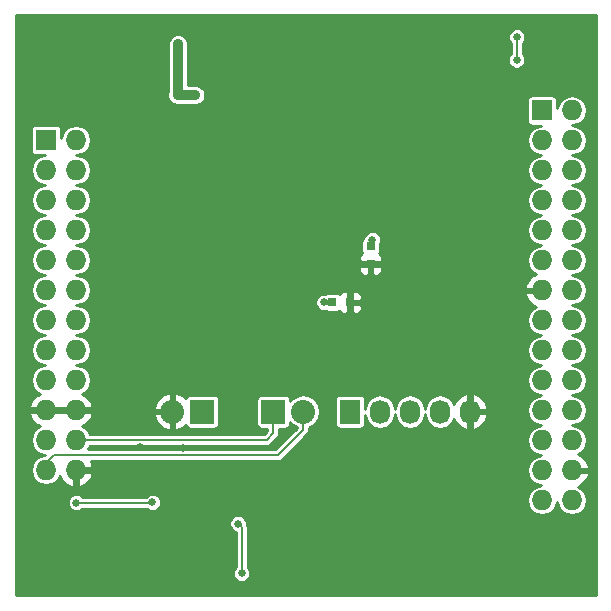
<source format=gbl>
G04 #@! TF.FileFunction,Copper,L2,Bot,Signal*
%FSLAX46Y46*%
G04 Gerber Fmt 4.6, Leading zero omitted, Abs format (unit mm)*
G04 Created by KiCad (PCBNEW (2015-01-16 BZR 5376)-product) date 23/07/2015 12:13:06*
%MOMM*%
G01*
G04 APERTURE LIST*
%ADD10C,0.100000*%
%ADD11R,0.750000X0.800000*%
%ADD12R,0.800000X0.750000*%
%ADD13R,2.032000X2.032000*%
%ADD14O,2.032000X2.032000*%
%ADD15R,1.727200X1.727200*%
%ADD16O,1.727200X1.727200*%
%ADD17R,1.727200X2.032000*%
%ADD18O,1.727200X2.032000*%
%ADD19C,0.885000*%
%ADD20C,0.635000*%
%ADD21C,6.000000*%
%ADD22C,0.885000*%
%ADD23C,0.381000*%
%ADD24C,0.200000*%
%ADD25C,0.220000*%
G04 APERTURE END LIST*
D10*
D11*
X90500000Y-80000000D03*
X90500000Y-81500000D03*
D12*
X87250000Y-84750000D03*
X88750000Y-84750000D03*
D13*
X76250000Y-94000000D03*
D14*
X73710000Y-94000000D03*
D15*
X105000000Y-68500000D03*
D16*
X107540000Y-68500000D03*
X105000000Y-71040000D03*
X107540000Y-71040000D03*
X105000000Y-73580000D03*
X107540000Y-73580000D03*
X105000000Y-76120000D03*
X107540000Y-76120000D03*
X105000000Y-78660000D03*
X107540000Y-78660000D03*
X105000000Y-81200000D03*
X107540000Y-81200000D03*
X105000000Y-83740000D03*
X107540000Y-83740000D03*
X105000000Y-86280000D03*
X107540000Y-86280000D03*
X105000000Y-88820000D03*
X107540000Y-88820000D03*
X105000000Y-91360000D03*
X107540000Y-91360000D03*
X105000000Y-93900000D03*
X107540000Y-93900000D03*
X105000000Y-96440000D03*
X107540000Y-96440000D03*
X105000000Y-98980000D03*
X107540000Y-98980000D03*
X105000000Y-101520000D03*
X107540000Y-101520000D03*
D17*
X88750000Y-94000000D03*
D18*
X91290000Y-94000000D03*
X93830000Y-94000000D03*
X96370000Y-94000000D03*
X98910000Y-94000000D03*
D13*
X82250000Y-94000000D03*
D14*
X84790000Y-94000000D03*
D15*
X63000000Y-71000000D03*
D16*
X65540000Y-71000000D03*
X63000000Y-73540000D03*
X65540000Y-73540000D03*
X63000000Y-76080000D03*
X65540000Y-76080000D03*
X63000000Y-78620000D03*
X65540000Y-78620000D03*
X63000000Y-81160000D03*
X65540000Y-81160000D03*
X63000000Y-83700000D03*
X65540000Y-83700000D03*
X63000000Y-86240000D03*
X65540000Y-86240000D03*
X63000000Y-88780000D03*
X65540000Y-88780000D03*
X63000000Y-91320000D03*
X65540000Y-91320000D03*
X63000000Y-93860000D03*
X65540000Y-93860000D03*
X63000000Y-96400000D03*
X65540000Y-96400000D03*
X63000000Y-98940000D03*
X65540000Y-98940000D03*
D19*
X74200000Y-62900000D03*
X74200000Y-63850000D03*
X75650000Y-67200000D03*
X74150000Y-67200000D03*
D20*
X86550000Y-84750000D03*
X90650000Y-79450000D03*
D21*
X64000000Y-106000000D03*
X64000000Y-64000000D03*
D20*
X75400000Y-73425000D03*
X75570000Y-77550000D03*
X79050000Y-69850000D03*
X80400000Y-69600000D03*
X85600000Y-69525000D03*
X93700000Y-83425000D03*
X89550000Y-88025000D03*
X87025000Y-88000000D03*
X84500000Y-87950000D03*
X82500000Y-87900000D03*
X78200000Y-85600000D03*
X75825000Y-84800000D03*
X76050000Y-103050000D03*
X83375000Y-102525000D03*
X70975000Y-97025000D03*
X75675000Y-101175000D03*
X74650000Y-97050000D03*
D19*
X97325000Y-69150000D03*
D20*
X95975000Y-74250000D03*
D19*
X102325000Y-66875000D03*
X69475000Y-68475000D03*
X72225000Y-77950000D03*
X71325000Y-85025000D03*
D20*
X72025000Y-101675000D03*
X65575000Y-101700000D03*
X102850000Y-64225000D03*
X102875000Y-62275000D03*
X79275000Y-103475000D03*
X79575000Y-107700000D03*
D22*
X74200000Y-63850000D02*
X74200000Y-62900000D01*
X74150000Y-67200000D02*
X74200000Y-67150000D01*
X74200000Y-67150000D02*
X74200000Y-63850000D01*
X74150000Y-67200000D02*
X75650000Y-67200000D01*
D23*
X87250000Y-84750000D02*
X86550000Y-84750000D01*
X90650000Y-79450000D02*
X90500000Y-79600000D01*
X90500000Y-79600000D02*
X90500000Y-80000000D01*
D24*
X64000000Y-106000000D02*
X63600000Y-106400000D01*
X61235000Y-93860000D02*
X63000000Y-93860000D01*
X60850000Y-104125000D02*
X63600000Y-106875000D01*
X60850000Y-94245000D02*
X60850000Y-104125000D01*
X61235000Y-93860000D02*
X60850000Y-94245000D01*
X63600000Y-106875000D02*
X63600000Y-106400000D01*
X75400000Y-73425000D02*
X74425000Y-73425000D01*
X69475000Y-68475000D02*
X64500000Y-63500000D01*
X72550000Y-71550000D02*
X69475000Y-68475000D01*
X72575000Y-71575000D02*
X72550000Y-71550000D01*
X74425000Y-73425000D02*
X72575000Y-71575000D01*
X64500000Y-63500000D02*
X64000000Y-64000000D01*
X75570000Y-77550000D02*
X75580000Y-77550000D01*
X76575000Y-103050000D02*
X76050000Y-103050000D01*
X83375000Y-102525000D02*
X77100000Y-102525000D01*
X76575000Y-103050000D02*
X77100000Y-102525000D01*
X75675000Y-102675000D02*
X76050000Y-103050000D01*
X75675000Y-101175000D02*
X75675000Y-102675000D01*
X74650000Y-97050000D02*
X71000000Y-97050000D01*
X70975000Y-97025000D02*
X71000000Y-97050000D01*
X97325000Y-69150000D02*
X100050000Y-69150000D01*
X97325000Y-69150000D02*
X95975000Y-70500000D01*
X95975000Y-74250000D02*
X95975000Y-70500000D01*
X102325000Y-66875000D02*
X100050000Y-69150000D01*
X72225000Y-77950000D02*
X72225000Y-84125000D01*
X72575000Y-77600000D02*
X72575000Y-71575000D01*
X72225000Y-77950000D02*
X72575000Y-77600000D01*
X71325000Y-85025000D02*
X72225000Y-84125000D01*
X72000000Y-101700000D02*
X65575000Y-101700000D01*
X72025000Y-101675000D02*
X72000000Y-101700000D01*
X102875000Y-62275000D02*
X102850000Y-62300000D01*
X102850000Y-62300000D02*
X102850000Y-64225000D01*
X82250000Y-94000000D02*
X82250000Y-95850000D01*
X81700000Y-96400000D02*
X65540000Y-96400000D01*
X82250000Y-95850000D02*
X81700000Y-96400000D01*
X63000000Y-98940000D02*
X63000000Y-98350000D01*
X63000000Y-98350000D02*
X63650000Y-97700000D01*
X63650000Y-97700000D02*
X82650000Y-97700000D01*
X82650000Y-97700000D02*
X84790000Y-95560000D01*
X84790000Y-95560000D02*
X84790000Y-94000000D01*
X79275000Y-103475000D02*
X79575000Y-103775000D01*
X79575000Y-103775000D02*
X79575000Y-107700000D01*
X63000000Y-96400000D02*
X63350000Y-96400000D01*
D25*
G36*
X84276880Y-95351871D02*
X82438752Y-97190000D01*
X66539403Y-97190000D01*
X66726493Y-96910000D01*
X81700000Y-96910000D01*
X81700000Y-96909999D01*
X81895169Y-96871179D01*
X82060624Y-96760624D01*
X82610624Y-96210625D01*
X82610624Y-96210624D01*
X82721179Y-96045169D01*
X82759999Y-95850000D01*
X82760000Y-95850000D01*
X82760000Y-95434032D01*
X83266000Y-95434032D01*
X83422332Y-95403700D01*
X83559733Y-95313443D01*
X83651708Y-95177185D01*
X83684032Y-95016000D01*
X83684032Y-94890151D01*
X83781666Y-95036271D01*
X84244293Y-95345389D01*
X84276880Y-95351871D01*
X84276880Y-95351871D01*
G37*
X84276880Y-95351871D02*
X82438752Y-97190000D01*
X66539403Y-97190000D01*
X66726493Y-96910000D01*
X81700000Y-96910000D01*
X81700000Y-96909999D01*
X81895169Y-96871179D01*
X82060624Y-96760624D01*
X82610624Y-96210625D01*
X82610624Y-96210624D01*
X82721179Y-96045169D01*
X82759999Y-95850000D01*
X82760000Y-95850000D01*
X82760000Y-95434032D01*
X83266000Y-95434032D01*
X83422332Y-95403700D01*
X83559733Y-95313443D01*
X83651708Y-95177185D01*
X83684032Y-95016000D01*
X83684032Y-94890151D01*
X83781666Y-95036271D01*
X84244293Y-95345389D01*
X84276880Y-95351871D01*
G36*
X109540000Y-109540000D02*
X108973905Y-109540000D01*
X108973905Y-99352903D01*
X108859264Y-99124000D01*
X107684000Y-99124000D01*
X107684000Y-99144000D01*
X107396000Y-99144000D01*
X107396000Y-99124000D01*
X107376000Y-99124000D01*
X107376000Y-98836000D01*
X107396000Y-98836000D01*
X107396000Y-98816000D01*
X107684000Y-98816000D01*
X107684000Y-98836000D01*
X108859264Y-98836000D01*
X108973905Y-98607097D01*
X108817615Y-98229752D01*
X108433255Y-97797939D01*
X108055012Y-97614865D01*
X108465522Y-97340571D01*
X108741604Y-96927386D01*
X108838551Y-96440000D01*
X108741604Y-95952614D01*
X108465522Y-95539429D01*
X108052337Y-95263347D01*
X107583049Y-95170000D01*
X108052337Y-95076653D01*
X108465522Y-94800571D01*
X108741604Y-94387386D01*
X108838551Y-93900000D01*
X108741604Y-93412614D01*
X108465522Y-92999429D01*
X108052337Y-92723347D01*
X107583049Y-92630000D01*
X108052337Y-92536653D01*
X108465522Y-92260571D01*
X108741604Y-91847386D01*
X108838551Y-91360000D01*
X108741604Y-90872614D01*
X108465522Y-90459429D01*
X108052337Y-90183347D01*
X107583049Y-90090000D01*
X108052337Y-89996653D01*
X108465522Y-89720571D01*
X108741604Y-89307386D01*
X108838551Y-88820000D01*
X108741604Y-88332614D01*
X108465522Y-87919429D01*
X108052337Y-87643347D01*
X107583049Y-87550000D01*
X108052337Y-87456653D01*
X108465522Y-87180571D01*
X108741604Y-86767386D01*
X108838551Y-86280000D01*
X108741604Y-85792614D01*
X108465522Y-85379429D01*
X108052337Y-85103347D01*
X107583049Y-85010000D01*
X108052337Y-84916653D01*
X108465522Y-84640571D01*
X108741604Y-84227386D01*
X108838551Y-83740000D01*
X108741604Y-83252614D01*
X108465522Y-82839429D01*
X108052337Y-82563347D01*
X107583049Y-82470000D01*
X108052337Y-82376653D01*
X108465522Y-82100571D01*
X108741604Y-81687386D01*
X108838551Y-81200000D01*
X108741604Y-80712614D01*
X108465522Y-80299429D01*
X108052337Y-80023347D01*
X107583049Y-79930000D01*
X108052337Y-79836653D01*
X108465522Y-79560571D01*
X108741604Y-79147386D01*
X108838551Y-78660000D01*
X108741604Y-78172614D01*
X108465522Y-77759429D01*
X108052337Y-77483347D01*
X107583049Y-77390000D01*
X108052337Y-77296653D01*
X108465522Y-77020571D01*
X108741604Y-76607386D01*
X108838551Y-76120000D01*
X108741604Y-75632614D01*
X108465522Y-75219429D01*
X108052337Y-74943347D01*
X107583049Y-74850000D01*
X108052337Y-74756653D01*
X108465522Y-74480571D01*
X108741604Y-74067386D01*
X108838551Y-73580000D01*
X108741604Y-73092614D01*
X108465522Y-72679429D01*
X108052337Y-72403347D01*
X107583049Y-72310000D01*
X108052337Y-72216653D01*
X108465522Y-71940571D01*
X108741604Y-71527386D01*
X108838551Y-71040000D01*
X108741604Y-70552614D01*
X108465522Y-70139429D01*
X108052337Y-69863347D01*
X107583049Y-69770000D01*
X108052337Y-69676653D01*
X108465522Y-69400571D01*
X108741604Y-68987386D01*
X108838551Y-68500000D01*
X108741604Y-68012614D01*
X108465522Y-67599429D01*
X108052337Y-67323347D01*
X107564951Y-67226400D01*
X107515049Y-67226400D01*
X107027663Y-67323347D01*
X106614478Y-67599429D01*
X106338396Y-68012614D01*
X106281632Y-68297986D01*
X106281632Y-67636400D01*
X106251300Y-67480068D01*
X106161043Y-67342667D01*
X106024785Y-67250692D01*
X105863600Y-67218368D01*
X104136400Y-67218368D01*
X103980068Y-67248700D01*
X103842667Y-67338957D01*
X103750692Y-67475215D01*
X103718368Y-67636400D01*
X103718368Y-69363600D01*
X103748700Y-69519932D01*
X103838957Y-69657333D01*
X103975215Y-69749308D01*
X104136400Y-69781632D01*
X104898472Y-69781632D01*
X104487663Y-69863347D01*
X104074478Y-70139429D01*
X103798396Y-70552614D01*
X103701449Y-71040000D01*
X103798396Y-71527386D01*
X104074478Y-71940571D01*
X104487663Y-72216653D01*
X104956950Y-72310000D01*
X104487663Y-72403347D01*
X104074478Y-72679429D01*
X103798396Y-73092614D01*
X103701449Y-73580000D01*
X103798396Y-74067386D01*
X104074478Y-74480571D01*
X104487663Y-74756653D01*
X104956950Y-74850000D01*
X104487663Y-74943347D01*
X104074478Y-75219429D01*
X103798396Y-75632614D01*
X103701449Y-76120000D01*
X103798396Y-76607386D01*
X104074478Y-77020571D01*
X104487663Y-77296653D01*
X104956950Y-77390000D01*
X104487663Y-77483347D01*
X104074478Y-77759429D01*
X103798396Y-78172614D01*
X103701449Y-78660000D01*
X103798396Y-79147386D01*
X104074478Y-79560571D01*
X104487663Y-79836653D01*
X104956950Y-79930000D01*
X104487663Y-80023347D01*
X104074478Y-80299429D01*
X103798396Y-80712614D01*
X103701449Y-81200000D01*
X103798396Y-81687386D01*
X104074478Y-82100571D01*
X104484987Y-82374865D01*
X104106745Y-82557939D01*
X103722385Y-82989752D01*
X103602626Y-83278896D01*
X103602626Y-62130926D01*
X103492104Y-61863442D01*
X103287634Y-61658615D01*
X103020344Y-61547626D01*
X102730926Y-61547374D01*
X102463442Y-61657896D01*
X102258615Y-61862366D01*
X102147626Y-62129656D01*
X102147374Y-62419074D01*
X102257896Y-62686558D01*
X102340000Y-62768805D01*
X102340000Y-63706166D01*
X102233615Y-63812366D01*
X102122626Y-64079656D01*
X102122374Y-64369074D01*
X102232896Y-64636558D01*
X102437366Y-64841385D01*
X102704656Y-64952374D01*
X102994074Y-64952626D01*
X103261558Y-64842104D01*
X103466385Y-64637634D01*
X103577374Y-64370344D01*
X103577626Y-64080926D01*
X103467104Y-63813442D01*
X103360000Y-63706150D01*
X103360000Y-62818790D01*
X103491385Y-62687634D01*
X103602374Y-62420344D01*
X103602626Y-62130926D01*
X103602626Y-83278896D01*
X103566095Y-83367097D01*
X103680736Y-83596000D01*
X104856000Y-83596000D01*
X104856000Y-83576000D01*
X105144000Y-83576000D01*
X105144000Y-83596000D01*
X105164000Y-83596000D01*
X105164000Y-83884000D01*
X105144000Y-83884000D01*
X105144000Y-83904000D01*
X104856000Y-83904000D01*
X104856000Y-83884000D01*
X103680736Y-83884000D01*
X103566095Y-84112903D01*
X103722385Y-84490248D01*
X104106745Y-84922061D01*
X104484987Y-85105134D01*
X104074478Y-85379429D01*
X103798396Y-85792614D01*
X103701449Y-86280000D01*
X103798396Y-86767386D01*
X104074478Y-87180571D01*
X104487663Y-87456653D01*
X104956950Y-87550000D01*
X104487663Y-87643347D01*
X104074478Y-87919429D01*
X103798396Y-88332614D01*
X103701449Y-88820000D01*
X103798396Y-89307386D01*
X104074478Y-89720571D01*
X104487663Y-89996653D01*
X104956950Y-90090000D01*
X104487663Y-90183347D01*
X104074478Y-90459429D01*
X103798396Y-90872614D01*
X103701449Y-91360000D01*
X103798396Y-91847386D01*
X104074478Y-92260571D01*
X104487663Y-92536653D01*
X104956950Y-92630000D01*
X104487663Y-92723347D01*
X104074478Y-92999429D01*
X103798396Y-93412614D01*
X103701449Y-93900000D01*
X103798396Y-94387386D01*
X104074478Y-94800571D01*
X104487663Y-95076653D01*
X104956950Y-95170000D01*
X104487663Y-95263347D01*
X104074478Y-95539429D01*
X103798396Y-95952614D01*
X103701449Y-96440000D01*
X103798396Y-96927386D01*
X104074478Y-97340571D01*
X104487663Y-97616653D01*
X104956950Y-97710000D01*
X104487663Y-97803347D01*
X104074478Y-98079429D01*
X103798396Y-98492614D01*
X103701449Y-98980000D01*
X103798396Y-99467386D01*
X104074478Y-99880571D01*
X104487663Y-100156653D01*
X104956950Y-100250000D01*
X104487663Y-100343347D01*
X104074478Y-100619429D01*
X103798396Y-101032614D01*
X103701449Y-101520000D01*
X103798396Y-102007386D01*
X104074478Y-102420571D01*
X104487663Y-102696653D01*
X104975049Y-102793600D01*
X105024951Y-102793600D01*
X105512337Y-102696653D01*
X105925522Y-102420571D01*
X106201604Y-102007386D01*
X106270000Y-101663535D01*
X106338396Y-102007386D01*
X106614478Y-102420571D01*
X107027663Y-102696653D01*
X107515049Y-102793600D01*
X107564951Y-102793600D01*
X108052337Y-102696653D01*
X108465522Y-102420571D01*
X108741604Y-102007386D01*
X108838551Y-101520000D01*
X108741604Y-101032614D01*
X108465522Y-100619429D01*
X108055012Y-100345134D01*
X108433255Y-100162061D01*
X108817615Y-99730248D01*
X108973905Y-99352903D01*
X108973905Y-109540000D01*
X100375076Y-109540000D01*
X100375076Y-94375941D01*
X100375076Y-93624059D01*
X100178008Y-93080415D01*
X99787898Y-92653568D01*
X99282903Y-92413695D01*
X99054000Y-92528336D01*
X99054000Y-93856000D01*
X100237508Y-93856000D01*
X100375076Y-93624059D01*
X100375076Y-94375941D01*
X100237508Y-94144000D01*
X99054000Y-94144000D01*
X99054000Y-95471664D01*
X99282903Y-95586305D01*
X99787898Y-95346432D01*
X100178008Y-94919585D01*
X100375076Y-94375941D01*
X100375076Y-109540000D01*
X98766000Y-109540000D01*
X98766000Y-95471664D01*
X98766000Y-94144000D01*
X98746000Y-94144000D01*
X98746000Y-93856000D01*
X98766000Y-93856000D01*
X98766000Y-92528336D01*
X98537097Y-92413695D01*
X98032102Y-92653568D01*
X97641992Y-93080415D01*
X97548084Y-93339473D01*
X97546653Y-93332277D01*
X97270571Y-92919092D01*
X96857386Y-92643010D01*
X96370000Y-92546063D01*
X95882614Y-92643010D01*
X95469429Y-92919092D01*
X95193347Y-93332277D01*
X95100000Y-93801564D01*
X95006653Y-93332277D01*
X94730571Y-92919092D01*
X94317386Y-92643010D01*
X93830000Y-92546063D01*
X93342614Y-92643010D01*
X92929429Y-92919092D01*
X92653347Y-93332277D01*
X92560000Y-93801564D01*
X92466653Y-93332277D01*
X92190571Y-92919092D01*
X91777386Y-92643010D01*
X91493000Y-92586442D01*
X91493000Y-82022928D01*
X91493000Y-81798500D01*
X91493000Y-81201500D01*
X91493000Y-80977072D01*
X91398915Y-80749931D01*
X91240341Y-80591357D01*
X91260708Y-80561185D01*
X91293032Y-80400000D01*
X91293032Y-79798461D01*
X91377374Y-79595344D01*
X91377626Y-79305926D01*
X91267104Y-79038442D01*
X91062634Y-78833615D01*
X90795344Y-78722626D01*
X90505926Y-78722374D01*
X90238442Y-78832896D01*
X90033615Y-79037366D01*
X89958090Y-79219248D01*
X89831267Y-79302557D01*
X89739292Y-79438815D01*
X89706968Y-79600000D01*
X89706968Y-80400000D01*
X89737300Y-80556332D01*
X89760050Y-80590965D01*
X89601085Y-80749931D01*
X89507000Y-80977072D01*
X89507000Y-81201500D01*
X89661500Y-81356000D01*
X90356000Y-81356000D01*
X90356000Y-81336000D01*
X90644000Y-81336000D01*
X90644000Y-81356000D01*
X91338500Y-81356000D01*
X91493000Y-81201500D01*
X91493000Y-81798500D01*
X91338500Y-81644000D01*
X90644000Y-81644000D01*
X90644000Y-82363500D01*
X90798500Y-82518000D01*
X90997928Y-82518000D01*
X91225069Y-82423915D01*
X91398915Y-82250069D01*
X91493000Y-82022928D01*
X91493000Y-92586442D01*
X91290000Y-92546063D01*
X90802614Y-92643010D01*
X90389429Y-92919092D01*
X90356000Y-92969121D01*
X90356000Y-82363500D01*
X90356000Y-81644000D01*
X89661500Y-81644000D01*
X89507000Y-81798500D01*
X89507000Y-82022928D01*
X89601085Y-82250069D01*
X89774931Y-82423915D01*
X90002072Y-82518000D01*
X90201500Y-82518000D01*
X90356000Y-82363500D01*
X90356000Y-92969121D01*
X90113347Y-93332277D01*
X90031632Y-93743086D01*
X90031632Y-92984000D01*
X90001300Y-92827668D01*
X89911043Y-92690267D01*
X89774785Y-92598292D01*
X89768000Y-92596931D01*
X89768000Y-85247928D01*
X89768000Y-85048500D01*
X89768000Y-84451500D01*
X89768000Y-84252072D01*
X89673915Y-84024931D01*
X89500069Y-83851085D01*
X89272928Y-83757000D01*
X89048500Y-83757000D01*
X88894000Y-83911500D01*
X88894000Y-84606000D01*
X89613500Y-84606000D01*
X89768000Y-84451500D01*
X89768000Y-85048500D01*
X89613500Y-84894000D01*
X88894000Y-84894000D01*
X88894000Y-85588500D01*
X89048500Y-85743000D01*
X89272928Y-85743000D01*
X89500069Y-85648915D01*
X89673915Y-85475069D01*
X89768000Y-85247928D01*
X89768000Y-92596931D01*
X89613600Y-92565968D01*
X88606000Y-92565968D01*
X88606000Y-85588500D01*
X88606000Y-84894000D01*
X88586000Y-84894000D01*
X88586000Y-84606000D01*
X88606000Y-84606000D01*
X88606000Y-83911500D01*
X88451500Y-83757000D01*
X88227072Y-83757000D01*
X87999931Y-83851085D01*
X87841357Y-84009658D01*
X87811185Y-83989292D01*
X87650000Y-83956968D01*
X86850000Y-83956968D01*
X86693668Y-83987300D01*
X86639963Y-84022577D01*
X86405926Y-84022374D01*
X86138442Y-84132896D01*
X85933615Y-84337366D01*
X85822626Y-84604656D01*
X85822374Y-84894074D01*
X85932896Y-85161558D01*
X86137366Y-85366385D01*
X86404656Y-85477374D01*
X86639734Y-85477578D01*
X86688815Y-85510708D01*
X86850000Y-85543032D01*
X87650000Y-85543032D01*
X87806332Y-85512700D01*
X87840965Y-85489949D01*
X87999931Y-85648915D01*
X88227072Y-85743000D01*
X88451500Y-85743000D01*
X88606000Y-85588500D01*
X88606000Y-92565968D01*
X87886400Y-92565968D01*
X87730068Y-92596300D01*
X87592667Y-92686557D01*
X87500692Y-92822815D01*
X87468368Y-92984000D01*
X87468368Y-95016000D01*
X87498700Y-95172332D01*
X87588957Y-95309733D01*
X87725215Y-95401708D01*
X87886400Y-95434032D01*
X89613600Y-95434032D01*
X89769932Y-95403700D01*
X89907333Y-95313443D01*
X89999308Y-95177185D01*
X90031632Y-95016000D01*
X90031632Y-94256913D01*
X90113347Y-94667723D01*
X90389429Y-95080908D01*
X90802614Y-95356990D01*
X91290000Y-95453937D01*
X91777386Y-95356990D01*
X92190571Y-95080908D01*
X92466653Y-94667723D01*
X92560000Y-94198435D01*
X92653347Y-94667723D01*
X92929429Y-95080908D01*
X93342614Y-95356990D01*
X93830000Y-95453937D01*
X94317386Y-95356990D01*
X94730571Y-95080908D01*
X95006653Y-94667723D01*
X95100000Y-94198435D01*
X95193347Y-94667723D01*
X95469429Y-95080908D01*
X95882614Y-95356990D01*
X96370000Y-95453937D01*
X96857386Y-95356990D01*
X97270571Y-95080908D01*
X97546653Y-94667723D01*
X97548084Y-94660526D01*
X97641992Y-94919585D01*
X98032102Y-95346432D01*
X98537097Y-95586305D01*
X98766000Y-95471664D01*
X98766000Y-109540000D01*
X86216000Y-109540000D01*
X86216000Y-94027937D01*
X86216000Y-93972063D01*
X86107452Y-93426356D01*
X85798334Y-92963729D01*
X85335707Y-92654611D01*
X84790000Y-92546063D01*
X84244293Y-92654611D01*
X83781666Y-92963729D01*
X83684032Y-93109848D01*
X83684032Y-92984000D01*
X83653700Y-92827668D01*
X83563443Y-92690267D01*
X83427185Y-92598292D01*
X83266000Y-92565968D01*
X81234000Y-92565968D01*
X81077668Y-92596300D01*
X80940267Y-92686557D01*
X80848292Y-92822815D01*
X80815968Y-92984000D01*
X80815968Y-95016000D01*
X80846300Y-95172332D01*
X80936557Y-95309733D01*
X81072815Y-95401708D01*
X81234000Y-95434032D01*
X81740000Y-95434032D01*
X81740000Y-95638751D01*
X81488751Y-95890000D01*
X77684032Y-95890000D01*
X77684032Y-95016000D01*
X77684032Y-92984000D01*
X77653700Y-92827668D01*
X77563443Y-92690267D01*
X77427185Y-92598292D01*
X77266000Y-92565968D01*
X76502647Y-92565968D01*
X76502647Y-67031171D01*
X76437607Y-66873763D01*
X76437607Y-66873762D01*
X76437606Y-66873760D01*
X76373135Y-66717729D01*
X76252811Y-66597194D01*
X76252809Y-66597191D01*
X76252805Y-66597188D01*
X76133533Y-66477707D01*
X75976238Y-66412393D01*
X75820317Y-66347649D01*
X75650001Y-66347500D01*
X75650000Y-66347500D01*
X75649598Y-66347500D01*
X75481171Y-66347353D01*
X75480815Y-66347500D01*
X75052500Y-66347500D01*
X75052500Y-63850000D01*
X75052500Y-63849598D01*
X75052647Y-63681171D01*
X75052500Y-63680815D01*
X75052500Y-62900000D01*
X75052499Y-62899998D01*
X75052647Y-62731171D01*
X74987607Y-62573763D01*
X74987607Y-62573762D01*
X74987606Y-62573760D01*
X74923135Y-62417729D01*
X74802811Y-62297194D01*
X74802809Y-62297191D01*
X74802805Y-62297188D01*
X74683533Y-62177707D01*
X74526238Y-62112393D01*
X74370317Y-62047649D01*
X74200001Y-62047500D01*
X74200000Y-62047500D01*
X74199998Y-62047500D01*
X74031171Y-62047353D01*
X73873763Y-62112392D01*
X73873762Y-62112393D01*
X73873760Y-62112393D01*
X73717729Y-62176865D01*
X73597194Y-62297188D01*
X73597191Y-62297191D01*
X73597188Y-62297194D01*
X73477707Y-62416467D01*
X73347649Y-62729683D01*
X73347500Y-62899998D01*
X73347500Y-62900000D01*
X73347500Y-62900401D01*
X73347353Y-63068829D01*
X73347500Y-63069184D01*
X73347500Y-63849998D01*
X73347500Y-63850000D01*
X73347500Y-63850001D01*
X73347500Y-63850401D01*
X73347353Y-64018829D01*
X73347500Y-64019184D01*
X73347500Y-66909627D01*
X73297649Y-67029683D01*
X73297500Y-67199993D01*
X73297499Y-67200000D01*
X73297500Y-67200006D01*
X73297353Y-67368829D01*
X73362392Y-67526236D01*
X73362393Y-67526238D01*
X73362393Y-67526239D01*
X73426865Y-67682271D01*
X73547188Y-67802805D01*
X73547191Y-67802809D01*
X73547194Y-67802811D01*
X73666467Y-67922293D01*
X73823762Y-67987607D01*
X73823763Y-67987607D01*
X73979683Y-68052351D01*
X74149993Y-68052499D01*
X74150000Y-68052501D01*
X74150000Y-68052500D01*
X74150005Y-68052500D01*
X74150401Y-68052500D01*
X74318829Y-68052647D01*
X74319184Y-68052500D01*
X75650000Y-68052500D01*
X75650001Y-68052499D01*
X75818829Y-68052647D01*
X75976236Y-67987607D01*
X75976238Y-67987607D01*
X75976239Y-67987606D01*
X76132271Y-67923135D01*
X76252805Y-67802811D01*
X76252809Y-67802809D01*
X76252811Y-67802805D01*
X76372293Y-67683533D01*
X76437607Y-67526238D01*
X76502351Y-67370317D01*
X76502499Y-67200001D01*
X76502500Y-67200000D01*
X76502499Y-67199998D01*
X76502647Y-67031171D01*
X76502647Y-92565968D01*
X75234000Y-92565968D01*
X75077668Y-92596300D01*
X74940267Y-92686557D01*
X74848292Y-92822815D01*
X74840490Y-92861716D01*
X74550211Y-92598561D01*
X74106846Y-92414924D01*
X73854000Y-92527524D01*
X73854000Y-93856000D01*
X73874000Y-93856000D01*
X73874000Y-94144000D01*
X73854000Y-94144000D01*
X73854000Y-95472476D01*
X74106846Y-95585076D01*
X74550211Y-95401439D01*
X74839812Y-95138897D01*
X74846300Y-95172332D01*
X74936557Y-95309733D01*
X75072815Y-95401708D01*
X75234000Y-95434032D01*
X77266000Y-95434032D01*
X77422332Y-95403700D01*
X77559733Y-95313443D01*
X77651708Y-95177185D01*
X77684032Y-95016000D01*
X77684032Y-95890000D01*
X73566000Y-95890000D01*
X73566000Y-95472476D01*
X73566000Y-94144000D01*
X73566000Y-93856000D01*
X73566000Y-92527524D01*
X73313154Y-92414924D01*
X72869789Y-92598561D01*
X72397439Y-93026774D01*
X72124914Y-93603152D01*
X72236848Y-93856000D01*
X73566000Y-93856000D01*
X73566000Y-94144000D01*
X72236848Y-94144000D01*
X72124914Y-94396848D01*
X72397439Y-94973226D01*
X72869789Y-95401439D01*
X73313154Y-95585076D01*
X73566000Y-95472476D01*
X73566000Y-95890000D01*
X66726493Y-95890000D01*
X66465522Y-95499429D01*
X66055012Y-95225134D01*
X66433255Y-95042061D01*
X66817615Y-94610248D01*
X66973905Y-94232903D01*
X66973905Y-93487097D01*
X66817615Y-93109752D01*
X66433255Y-92677939D01*
X66055012Y-92494865D01*
X66465522Y-92220571D01*
X66741604Y-91807386D01*
X66838551Y-91320000D01*
X66741604Y-90832614D01*
X66465522Y-90419429D01*
X66052337Y-90143347D01*
X65583049Y-90050000D01*
X66052337Y-89956653D01*
X66465522Y-89680571D01*
X66741604Y-89267386D01*
X66838551Y-88780000D01*
X66741604Y-88292614D01*
X66465522Y-87879429D01*
X66052337Y-87603347D01*
X65583049Y-87510000D01*
X66052337Y-87416653D01*
X66465522Y-87140571D01*
X66741604Y-86727386D01*
X66838551Y-86240000D01*
X66741604Y-85752614D01*
X66465522Y-85339429D01*
X66052337Y-85063347D01*
X65583049Y-84970000D01*
X66052337Y-84876653D01*
X66465522Y-84600571D01*
X66741604Y-84187386D01*
X66838551Y-83700000D01*
X66741604Y-83212614D01*
X66465522Y-82799429D01*
X66052337Y-82523347D01*
X65583049Y-82430000D01*
X66052337Y-82336653D01*
X66465522Y-82060571D01*
X66741604Y-81647386D01*
X66838551Y-81160000D01*
X66741604Y-80672614D01*
X66465522Y-80259429D01*
X66052337Y-79983347D01*
X65583049Y-79890000D01*
X66052337Y-79796653D01*
X66465522Y-79520571D01*
X66741604Y-79107386D01*
X66838551Y-78620000D01*
X66741604Y-78132614D01*
X66465522Y-77719429D01*
X66052337Y-77443347D01*
X65583049Y-77350000D01*
X66052337Y-77256653D01*
X66465522Y-76980571D01*
X66741604Y-76567386D01*
X66838551Y-76080000D01*
X66741604Y-75592614D01*
X66465522Y-75179429D01*
X66052337Y-74903347D01*
X65583049Y-74810000D01*
X66052337Y-74716653D01*
X66465522Y-74440571D01*
X66741604Y-74027386D01*
X66838551Y-73540000D01*
X66741604Y-73052614D01*
X66465522Y-72639429D01*
X66052337Y-72363347D01*
X65583049Y-72270000D01*
X66052337Y-72176653D01*
X66465522Y-71900571D01*
X66741604Y-71487386D01*
X66838551Y-71000000D01*
X66741604Y-70512614D01*
X66465522Y-70099429D01*
X66052337Y-69823347D01*
X65564951Y-69726400D01*
X65515049Y-69726400D01*
X65027663Y-69823347D01*
X64614478Y-70099429D01*
X64338396Y-70512614D01*
X64281632Y-70797986D01*
X64281632Y-70136400D01*
X64251300Y-69980068D01*
X64161043Y-69842667D01*
X64024785Y-69750692D01*
X63863600Y-69718368D01*
X62136400Y-69718368D01*
X61980068Y-69748700D01*
X61842667Y-69838957D01*
X61750692Y-69975215D01*
X61718368Y-70136400D01*
X61718368Y-71863600D01*
X61748700Y-72019932D01*
X61838957Y-72157333D01*
X61975215Y-72249308D01*
X62136400Y-72281632D01*
X62898472Y-72281632D01*
X62487663Y-72363347D01*
X62074478Y-72639429D01*
X61798396Y-73052614D01*
X61701449Y-73540000D01*
X61798396Y-74027386D01*
X62074478Y-74440571D01*
X62487663Y-74716653D01*
X62956950Y-74810000D01*
X62487663Y-74903347D01*
X62074478Y-75179429D01*
X61798396Y-75592614D01*
X61701449Y-76080000D01*
X61798396Y-76567386D01*
X62074478Y-76980571D01*
X62487663Y-77256653D01*
X62956950Y-77350000D01*
X62487663Y-77443347D01*
X62074478Y-77719429D01*
X61798396Y-78132614D01*
X61701449Y-78620000D01*
X61798396Y-79107386D01*
X62074478Y-79520571D01*
X62487663Y-79796653D01*
X62956950Y-79890000D01*
X62487663Y-79983347D01*
X62074478Y-80259429D01*
X61798396Y-80672614D01*
X61701449Y-81160000D01*
X61798396Y-81647386D01*
X62074478Y-82060571D01*
X62487663Y-82336653D01*
X62956950Y-82430000D01*
X62487663Y-82523347D01*
X62074478Y-82799429D01*
X61798396Y-83212614D01*
X61701449Y-83700000D01*
X61798396Y-84187386D01*
X62074478Y-84600571D01*
X62487663Y-84876653D01*
X62956950Y-84970000D01*
X62487663Y-85063347D01*
X62074478Y-85339429D01*
X61798396Y-85752614D01*
X61701449Y-86240000D01*
X61798396Y-86727386D01*
X62074478Y-87140571D01*
X62487663Y-87416653D01*
X62956950Y-87510000D01*
X62487663Y-87603347D01*
X62074478Y-87879429D01*
X61798396Y-88292614D01*
X61701449Y-88780000D01*
X61798396Y-89267386D01*
X62074478Y-89680571D01*
X62487663Y-89956653D01*
X62956950Y-90050000D01*
X62487663Y-90143347D01*
X62074478Y-90419429D01*
X61798396Y-90832614D01*
X61701449Y-91320000D01*
X61798396Y-91807386D01*
X62074478Y-92220571D01*
X62484987Y-92494865D01*
X62106745Y-92677939D01*
X61722385Y-93109752D01*
X61566095Y-93487097D01*
X61680736Y-93716000D01*
X62856000Y-93716000D01*
X62856000Y-93696000D01*
X63144000Y-93696000D01*
X63144000Y-93716000D01*
X64220736Y-93716000D01*
X64319264Y-93716000D01*
X65396000Y-93716000D01*
X65396000Y-93696000D01*
X65684000Y-93696000D01*
X65684000Y-93716000D01*
X66859264Y-93716000D01*
X66973905Y-93487097D01*
X66973905Y-94232903D01*
X66859264Y-94004000D01*
X65684000Y-94004000D01*
X65684000Y-94024000D01*
X65396000Y-94024000D01*
X65396000Y-94004000D01*
X64319264Y-94004000D01*
X64220736Y-94004000D01*
X63144000Y-94004000D01*
X63144000Y-94024000D01*
X62856000Y-94024000D01*
X62856000Y-94004000D01*
X61680736Y-94004000D01*
X61566095Y-94232903D01*
X61722385Y-94610248D01*
X62106745Y-95042061D01*
X62484987Y-95225134D01*
X62074478Y-95499429D01*
X61798396Y-95912614D01*
X61701449Y-96400000D01*
X61798396Y-96887386D01*
X62074478Y-97300571D01*
X62487663Y-97576653D01*
X62956950Y-97670000D01*
X62487663Y-97763347D01*
X62074478Y-98039429D01*
X61798396Y-98452614D01*
X61701449Y-98940000D01*
X61798396Y-99427386D01*
X62074478Y-99840571D01*
X62487663Y-100116653D01*
X62975049Y-100213600D01*
X63024951Y-100213600D01*
X63512337Y-100116653D01*
X63925522Y-99840571D01*
X64171915Y-99471818D01*
X64262385Y-99690248D01*
X64646745Y-100122061D01*
X65167095Y-100373916D01*
X65396000Y-100260097D01*
X65396000Y-99084000D01*
X65376000Y-99084000D01*
X65376000Y-98796000D01*
X65396000Y-98796000D01*
X65396000Y-98776000D01*
X65684000Y-98776000D01*
X65684000Y-98796000D01*
X66859264Y-98796000D01*
X66973905Y-98567097D01*
X66826001Y-98210000D01*
X82650000Y-98210000D01*
X82650000Y-98209999D01*
X82845169Y-98171179D01*
X83010624Y-98060624D01*
X85150624Y-95920624D01*
X85261179Y-95755169D01*
X85299999Y-95560000D01*
X85300000Y-95560000D01*
X85300000Y-95352491D01*
X85335707Y-95345389D01*
X85798334Y-95036271D01*
X86107452Y-94573644D01*
X86216000Y-94027937D01*
X86216000Y-109540000D01*
X80302626Y-109540000D01*
X80302626Y-107555926D01*
X80192104Y-107288442D01*
X80085000Y-107181150D01*
X80085000Y-103775000D01*
X80046179Y-103579831D01*
X80002466Y-103514411D01*
X80002466Y-103514410D01*
X80002626Y-103330926D01*
X79892104Y-103063442D01*
X79687634Y-102858615D01*
X79420344Y-102747626D01*
X79130926Y-102747374D01*
X78863442Y-102857896D01*
X78658615Y-103062366D01*
X78547626Y-103329656D01*
X78547374Y-103619074D01*
X78657896Y-103886558D01*
X78862366Y-104091385D01*
X79065000Y-104175526D01*
X79065000Y-107181166D01*
X78958615Y-107287366D01*
X78847626Y-107554656D01*
X78847374Y-107844074D01*
X78957896Y-108111558D01*
X79162366Y-108316385D01*
X79429656Y-108427374D01*
X79719074Y-108427626D01*
X79986558Y-108317104D01*
X80191385Y-108112634D01*
X80302374Y-107845344D01*
X80302626Y-107555926D01*
X80302626Y-109540000D01*
X72752626Y-109540000D01*
X72752626Y-101530926D01*
X72642104Y-101263442D01*
X72437634Y-101058615D01*
X72170344Y-100947626D01*
X71880926Y-100947374D01*
X71613442Y-101057896D01*
X71481107Y-101190000D01*
X66973905Y-101190000D01*
X66973905Y-99312903D01*
X66859264Y-99084000D01*
X65684000Y-99084000D01*
X65684000Y-100260097D01*
X65912905Y-100373916D01*
X66433255Y-100122061D01*
X66817615Y-99690248D01*
X66973905Y-99312903D01*
X66973905Y-101190000D01*
X66093833Y-101190000D01*
X65987634Y-101083615D01*
X65720344Y-100972626D01*
X65430926Y-100972374D01*
X65163442Y-101082896D01*
X64958615Y-101287366D01*
X64847626Y-101554656D01*
X64847374Y-101844074D01*
X64957896Y-102111558D01*
X65162366Y-102316385D01*
X65429656Y-102427374D01*
X65719074Y-102427626D01*
X65986558Y-102317104D01*
X66093849Y-102210000D01*
X71531122Y-102210000D01*
X71612366Y-102291385D01*
X71879656Y-102402374D01*
X72169074Y-102402626D01*
X72436558Y-102292104D01*
X72641385Y-102087634D01*
X72752374Y-101820344D01*
X72752626Y-101530926D01*
X72752626Y-109540000D01*
X60460000Y-109540000D01*
X60460000Y-60460000D01*
X109540000Y-60460000D01*
X109540000Y-109540000D01*
X109540000Y-109540000D01*
G37*
X109540000Y-109540000D02*
X108973905Y-109540000D01*
X108973905Y-99352903D01*
X108859264Y-99124000D01*
X107684000Y-99124000D01*
X107684000Y-99144000D01*
X107396000Y-99144000D01*
X107396000Y-99124000D01*
X107376000Y-99124000D01*
X107376000Y-98836000D01*
X107396000Y-98836000D01*
X107396000Y-98816000D01*
X107684000Y-98816000D01*
X107684000Y-98836000D01*
X108859264Y-98836000D01*
X108973905Y-98607097D01*
X108817615Y-98229752D01*
X108433255Y-97797939D01*
X108055012Y-97614865D01*
X108465522Y-97340571D01*
X108741604Y-96927386D01*
X108838551Y-96440000D01*
X108741604Y-95952614D01*
X108465522Y-95539429D01*
X108052337Y-95263347D01*
X107583049Y-95170000D01*
X108052337Y-95076653D01*
X108465522Y-94800571D01*
X108741604Y-94387386D01*
X108838551Y-93900000D01*
X108741604Y-93412614D01*
X108465522Y-92999429D01*
X108052337Y-92723347D01*
X107583049Y-92630000D01*
X108052337Y-92536653D01*
X108465522Y-92260571D01*
X108741604Y-91847386D01*
X108838551Y-91360000D01*
X108741604Y-90872614D01*
X108465522Y-90459429D01*
X108052337Y-90183347D01*
X107583049Y-90090000D01*
X108052337Y-89996653D01*
X108465522Y-89720571D01*
X108741604Y-89307386D01*
X108838551Y-88820000D01*
X108741604Y-88332614D01*
X108465522Y-87919429D01*
X108052337Y-87643347D01*
X107583049Y-87550000D01*
X108052337Y-87456653D01*
X108465522Y-87180571D01*
X108741604Y-86767386D01*
X108838551Y-86280000D01*
X108741604Y-85792614D01*
X108465522Y-85379429D01*
X108052337Y-85103347D01*
X107583049Y-85010000D01*
X108052337Y-84916653D01*
X108465522Y-84640571D01*
X108741604Y-84227386D01*
X108838551Y-83740000D01*
X108741604Y-83252614D01*
X108465522Y-82839429D01*
X108052337Y-82563347D01*
X107583049Y-82470000D01*
X108052337Y-82376653D01*
X108465522Y-82100571D01*
X108741604Y-81687386D01*
X108838551Y-81200000D01*
X108741604Y-80712614D01*
X108465522Y-80299429D01*
X108052337Y-80023347D01*
X107583049Y-79930000D01*
X108052337Y-79836653D01*
X108465522Y-79560571D01*
X108741604Y-79147386D01*
X108838551Y-78660000D01*
X108741604Y-78172614D01*
X108465522Y-77759429D01*
X108052337Y-77483347D01*
X107583049Y-77390000D01*
X108052337Y-77296653D01*
X108465522Y-77020571D01*
X108741604Y-76607386D01*
X108838551Y-76120000D01*
X108741604Y-75632614D01*
X108465522Y-75219429D01*
X108052337Y-74943347D01*
X107583049Y-74850000D01*
X108052337Y-74756653D01*
X108465522Y-74480571D01*
X108741604Y-74067386D01*
X108838551Y-73580000D01*
X108741604Y-73092614D01*
X108465522Y-72679429D01*
X108052337Y-72403347D01*
X107583049Y-72310000D01*
X108052337Y-72216653D01*
X108465522Y-71940571D01*
X108741604Y-71527386D01*
X108838551Y-71040000D01*
X108741604Y-70552614D01*
X108465522Y-70139429D01*
X108052337Y-69863347D01*
X107583049Y-69770000D01*
X108052337Y-69676653D01*
X108465522Y-69400571D01*
X108741604Y-68987386D01*
X108838551Y-68500000D01*
X108741604Y-68012614D01*
X108465522Y-67599429D01*
X108052337Y-67323347D01*
X107564951Y-67226400D01*
X107515049Y-67226400D01*
X107027663Y-67323347D01*
X106614478Y-67599429D01*
X106338396Y-68012614D01*
X106281632Y-68297986D01*
X106281632Y-67636400D01*
X106251300Y-67480068D01*
X106161043Y-67342667D01*
X106024785Y-67250692D01*
X105863600Y-67218368D01*
X104136400Y-67218368D01*
X103980068Y-67248700D01*
X103842667Y-67338957D01*
X103750692Y-67475215D01*
X103718368Y-67636400D01*
X103718368Y-69363600D01*
X103748700Y-69519932D01*
X103838957Y-69657333D01*
X103975215Y-69749308D01*
X104136400Y-69781632D01*
X104898472Y-69781632D01*
X104487663Y-69863347D01*
X104074478Y-70139429D01*
X103798396Y-70552614D01*
X103701449Y-71040000D01*
X103798396Y-71527386D01*
X104074478Y-71940571D01*
X104487663Y-72216653D01*
X104956950Y-72310000D01*
X104487663Y-72403347D01*
X104074478Y-72679429D01*
X103798396Y-73092614D01*
X103701449Y-73580000D01*
X103798396Y-74067386D01*
X104074478Y-74480571D01*
X104487663Y-74756653D01*
X104956950Y-74850000D01*
X104487663Y-74943347D01*
X104074478Y-75219429D01*
X103798396Y-75632614D01*
X103701449Y-76120000D01*
X103798396Y-76607386D01*
X104074478Y-77020571D01*
X104487663Y-77296653D01*
X104956950Y-77390000D01*
X104487663Y-77483347D01*
X104074478Y-77759429D01*
X103798396Y-78172614D01*
X103701449Y-78660000D01*
X103798396Y-79147386D01*
X104074478Y-79560571D01*
X104487663Y-79836653D01*
X104956950Y-79930000D01*
X104487663Y-80023347D01*
X104074478Y-80299429D01*
X103798396Y-80712614D01*
X103701449Y-81200000D01*
X103798396Y-81687386D01*
X104074478Y-82100571D01*
X104484987Y-82374865D01*
X104106745Y-82557939D01*
X103722385Y-82989752D01*
X103602626Y-83278896D01*
X103602626Y-62130926D01*
X103492104Y-61863442D01*
X103287634Y-61658615D01*
X103020344Y-61547626D01*
X102730926Y-61547374D01*
X102463442Y-61657896D01*
X102258615Y-61862366D01*
X102147626Y-62129656D01*
X102147374Y-62419074D01*
X102257896Y-62686558D01*
X102340000Y-62768805D01*
X102340000Y-63706166D01*
X102233615Y-63812366D01*
X102122626Y-64079656D01*
X102122374Y-64369074D01*
X102232896Y-64636558D01*
X102437366Y-64841385D01*
X102704656Y-64952374D01*
X102994074Y-64952626D01*
X103261558Y-64842104D01*
X103466385Y-64637634D01*
X103577374Y-64370344D01*
X103577626Y-64080926D01*
X103467104Y-63813442D01*
X103360000Y-63706150D01*
X103360000Y-62818790D01*
X103491385Y-62687634D01*
X103602374Y-62420344D01*
X103602626Y-62130926D01*
X103602626Y-83278896D01*
X103566095Y-83367097D01*
X103680736Y-83596000D01*
X104856000Y-83596000D01*
X104856000Y-83576000D01*
X105144000Y-83576000D01*
X105144000Y-83596000D01*
X105164000Y-83596000D01*
X105164000Y-83884000D01*
X105144000Y-83884000D01*
X105144000Y-83904000D01*
X104856000Y-83904000D01*
X104856000Y-83884000D01*
X103680736Y-83884000D01*
X103566095Y-84112903D01*
X103722385Y-84490248D01*
X104106745Y-84922061D01*
X104484987Y-85105134D01*
X104074478Y-85379429D01*
X103798396Y-85792614D01*
X103701449Y-86280000D01*
X103798396Y-86767386D01*
X104074478Y-87180571D01*
X104487663Y-87456653D01*
X104956950Y-87550000D01*
X104487663Y-87643347D01*
X104074478Y-87919429D01*
X103798396Y-88332614D01*
X103701449Y-88820000D01*
X103798396Y-89307386D01*
X104074478Y-89720571D01*
X104487663Y-89996653D01*
X104956950Y-90090000D01*
X104487663Y-90183347D01*
X104074478Y-90459429D01*
X103798396Y-90872614D01*
X103701449Y-91360000D01*
X103798396Y-91847386D01*
X104074478Y-92260571D01*
X104487663Y-92536653D01*
X104956950Y-92630000D01*
X104487663Y-92723347D01*
X104074478Y-92999429D01*
X103798396Y-93412614D01*
X103701449Y-93900000D01*
X103798396Y-94387386D01*
X104074478Y-94800571D01*
X104487663Y-95076653D01*
X104956950Y-95170000D01*
X104487663Y-95263347D01*
X104074478Y-95539429D01*
X103798396Y-95952614D01*
X103701449Y-96440000D01*
X103798396Y-96927386D01*
X104074478Y-97340571D01*
X104487663Y-97616653D01*
X104956950Y-97710000D01*
X104487663Y-97803347D01*
X104074478Y-98079429D01*
X103798396Y-98492614D01*
X103701449Y-98980000D01*
X103798396Y-99467386D01*
X104074478Y-99880571D01*
X104487663Y-100156653D01*
X104956950Y-100250000D01*
X104487663Y-100343347D01*
X104074478Y-100619429D01*
X103798396Y-101032614D01*
X103701449Y-101520000D01*
X103798396Y-102007386D01*
X104074478Y-102420571D01*
X104487663Y-102696653D01*
X104975049Y-102793600D01*
X105024951Y-102793600D01*
X105512337Y-102696653D01*
X105925522Y-102420571D01*
X106201604Y-102007386D01*
X106270000Y-101663535D01*
X106338396Y-102007386D01*
X106614478Y-102420571D01*
X107027663Y-102696653D01*
X107515049Y-102793600D01*
X107564951Y-102793600D01*
X108052337Y-102696653D01*
X108465522Y-102420571D01*
X108741604Y-102007386D01*
X108838551Y-101520000D01*
X108741604Y-101032614D01*
X108465522Y-100619429D01*
X108055012Y-100345134D01*
X108433255Y-100162061D01*
X108817615Y-99730248D01*
X108973905Y-99352903D01*
X108973905Y-109540000D01*
X100375076Y-109540000D01*
X100375076Y-94375941D01*
X100375076Y-93624059D01*
X100178008Y-93080415D01*
X99787898Y-92653568D01*
X99282903Y-92413695D01*
X99054000Y-92528336D01*
X99054000Y-93856000D01*
X100237508Y-93856000D01*
X100375076Y-93624059D01*
X100375076Y-94375941D01*
X100237508Y-94144000D01*
X99054000Y-94144000D01*
X99054000Y-95471664D01*
X99282903Y-95586305D01*
X99787898Y-95346432D01*
X100178008Y-94919585D01*
X100375076Y-94375941D01*
X100375076Y-109540000D01*
X98766000Y-109540000D01*
X98766000Y-95471664D01*
X98766000Y-94144000D01*
X98746000Y-94144000D01*
X98746000Y-93856000D01*
X98766000Y-93856000D01*
X98766000Y-92528336D01*
X98537097Y-92413695D01*
X98032102Y-92653568D01*
X97641992Y-93080415D01*
X97548084Y-93339473D01*
X97546653Y-93332277D01*
X97270571Y-92919092D01*
X96857386Y-92643010D01*
X96370000Y-92546063D01*
X95882614Y-92643010D01*
X95469429Y-92919092D01*
X95193347Y-93332277D01*
X95100000Y-93801564D01*
X95006653Y-93332277D01*
X94730571Y-92919092D01*
X94317386Y-92643010D01*
X93830000Y-92546063D01*
X93342614Y-92643010D01*
X92929429Y-92919092D01*
X92653347Y-93332277D01*
X92560000Y-93801564D01*
X92466653Y-93332277D01*
X92190571Y-92919092D01*
X91777386Y-92643010D01*
X91493000Y-92586442D01*
X91493000Y-82022928D01*
X91493000Y-81798500D01*
X91493000Y-81201500D01*
X91493000Y-80977072D01*
X91398915Y-80749931D01*
X91240341Y-80591357D01*
X91260708Y-80561185D01*
X91293032Y-80400000D01*
X91293032Y-79798461D01*
X91377374Y-79595344D01*
X91377626Y-79305926D01*
X91267104Y-79038442D01*
X91062634Y-78833615D01*
X90795344Y-78722626D01*
X90505926Y-78722374D01*
X90238442Y-78832896D01*
X90033615Y-79037366D01*
X89958090Y-79219248D01*
X89831267Y-79302557D01*
X89739292Y-79438815D01*
X89706968Y-79600000D01*
X89706968Y-80400000D01*
X89737300Y-80556332D01*
X89760050Y-80590965D01*
X89601085Y-80749931D01*
X89507000Y-80977072D01*
X89507000Y-81201500D01*
X89661500Y-81356000D01*
X90356000Y-81356000D01*
X90356000Y-81336000D01*
X90644000Y-81336000D01*
X90644000Y-81356000D01*
X91338500Y-81356000D01*
X91493000Y-81201500D01*
X91493000Y-81798500D01*
X91338500Y-81644000D01*
X90644000Y-81644000D01*
X90644000Y-82363500D01*
X90798500Y-82518000D01*
X90997928Y-82518000D01*
X91225069Y-82423915D01*
X91398915Y-82250069D01*
X91493000Y-82022928D01*
X91493000Y-92586442D01*
X91290000Y-92546063D01*
X90802614Y-92643010D01*
X90389429Y-92919092D01*
X90356000Y-92969121D01*
X90356000Y-82363500D01*
X90356000Y-81644000D01*
X89661500Y-81644000D01*
X89507000Y-81798500D01*
X89507000Y-82022928D01*
X89601085Y-82250069D01*
X89774931Y-82423915D01*
X90002072Y-82518000D01*
X90201500Y-82518000D01*
X90356000Y-82363500D01*
X90356000Y-92969121D01*
X90113347Y-93332277D01*
X90031632Y-93743086D01*
X90031632Y-92984000D01*
X90001300Y-92827668D01*
X89911043Y-92690267D01*
X89774785Y-92598292D01*
X89768000Y-92596931D01*
X89768000Y-85247928D01*
X89768000Y-85048500D01*
X89768000Y-84451500D01*
X89768000Y-84252072D01*
X89673915Y-84024931D01*
X89500069Y-83851085D01*
X89272928Y-83757000D01*
X89048500Y-83757000D01*
X88894000Y-83911500D01*
X88894000Y-84606000D01*
X89613500Y-84606000D01*
X89768000Y-84451500D01*
X89768000Y-85048500D01*
X89613500Y-84894000D01*
X88894000Y-84894000D01*
X88894000Y-85588500D01*
X89048500Y-85743000D01*
X89272928Y-85743000D01*
X89500069Y-85648915D01*
X89673915Y-85475069D01*
X89768000Y-85247928D01*
X89768000Y-92596931D01*
X89613600Y-92565968D01*
X88606000Y-92565968D01*
X88606000Y-85588500D01*
X88606000Y-84894000D01*
X88586000Y-84894000D01*
X88586000Y-84606000D01*
X88606000Y-84606000D01*
X88606000Y-83911500D01*
X88451500Y-83757000D01*
X88227072Y-83757000D01*
X87999931Y-83851085D01*
X87841357Y-84009658D01*
X87811185Y-83989292D01*
X87650000Y-83956968D01*
X86850000Y-83956968D01*
X86693668Y-83987300D01*
X86639963Y-84022577D01*
X86405926Y-84022374D01*
X86138442Y-84132896D01*
X85933615Y-84337366D01*
X85822626Y-84604656D01*
X85822374Y-84894074D01*
X85932896Y-85161558D01*
X86137366Y-85366385D01*
X86404656Y-85477374D01*
X86639734Y-85477578D01*
X86688815Y-85510708D01*
X86850000Y-85543032D01*
X87650000Y-85543032D01*
X87806332Y-85512700D01*
X87840965Y-85489949D01*
X87999931Y-85648915D01*
X88227072Y-85743000D01*
X88451500Y-85743000D01*
X88606000Y-85588500D01*
X88606000Y-92565968D01*
X87886400Y-92565968D01*
X87730068Y-92596300D01*
X87592667Y-92686557D01*
X87500692Y-92822815D01*
X87468368Y-92984000D01*
X87468368Y-95016000D01*
X87498700Y-95172332D01*
X87588957Y-95309733D01*
X87725215Y-95401708D01*
X87886400Y-95434032D01*
X89613600Y-95434032D01*
X89769932Y-95403700D01*
X89907333Y-95313443D01*
X89999308Y-95177185D01*
X90031632Y-95016000D01*
X90031632Y-94256913D01*
X90113347Y-94667723D01*
X90389429Y-95080908D01*
X90802614Y-95356990D01*
X91290000Y-95453937D01*
X91777386Y-95356990D01*
X92190571Y-95080908D01*
X92466653Y-94667723D01*
X92560000Y-94198435D01*
X92653347Y-94667723D01*
X92929429Y-95080908D01*
X93342614Y-95356990D01*
X93830000Y-95453937D01*
X94317386Y-95356990D01*
X94730571Y-95080908D01*
X95006653Y-94667723D01*
X95100000Y-94198435D01*
X95193347Y-94667723D01*
X95469429Y-95080908D01*
X95882614Y-95356990D01*
X96370000Y-95453937D01*
X96857386Y-95356990D01*
X97270571Y-95080908D01*
X97546653Y-94667723D01*
X97548084Y-94660526D01*
X97641992Y-94919585D01*
X98032102Y-95346432D01*
X98537097Y-95586305D01*
X98766000Y-95471664D01*
X98766000Y-109540000D01*
X86216000Y-109540000D01*
X86216000Y-94027937D01*
X86216000Y-93972063D01*
X86107452Y-93426356D01*
X85798334Y-92963729D01*
X85335707Y-92654611D01*
X84790000Y-92546063D01*
X84244293Y-92654611D01*
X83781666Y-92963729D01*
X83684032Y-93109848D01*
X83684032Y-92984000D01*
X83653700Y-92827668D01*
X83563443Y-92690267D01*
X83427185Y-92598292D01*
X83266000Y-92565968D01*
X81234000Y-92565968D01*
X81077668Y-92596300D01*
X80940267Y-92686557D01*
X80848292Y-92822815D01*
X80815968Y-92984000D01*
X80815968Y-95016000D01*
X80846300Y-95172332D01*
X80936557Y-95309733D01*
X81072815Y-95401708D01*
X81234000Y-95434032D01*
X81740000Y-95434032D01*
X81740000Y-95638751D01*
X81488751Y-95890000D01*
X77684032Y-95890000D01*
X77684032Y-95016000D01*
X77684032Y-92984000D01*
X77653700Y-92827668D01*
X77563443Y-92690267D01*
X77427185Y-92598292D01*
X77266000Y-92565968D01*
X76502647Y-92565968D01*
X76502647Y-67031171D01*
X76437607Y-66873763D01*
X76437607Y-66873762D01*
X76437606Y-66873760D01*
X76373135Y-66717729D01*
X76252811Y-66597194D01*
X76252809Y-66597191D01*
X76252805Y-66597188D01*
X76133533Y-66477707D01*
X75976238Y-66412393D01*
X75820317Y-66347649D01*
X75650001Y-66347500D01*
X75650000Y-66347500D01*
X75649598Y-66347500D01*
X75481171Y-66347353D01*
X75480815Y-66347500D01*
X75052500Y-66347500D01*
X75052500Y-63850000D01*
X75052500Y-63849598D01*
X75052647Y-63681171D01*
X75052500Y-63680815D01*
X75052500Y-62900000D01*
X75052499Y-62899998D01*
X75052647Y-62731171D01*
X74987607Y-62573763D01*
X74987607Y-62573762D01*
X74987606Y-62573760D01*
X74923135Y-62417729D01*
X74802811Y-62297194D01*
X74802809Y-62297191D01*
X74802805Y-62297188D01*
X74683533Y-62177707D01*
X74526238Y-62112393D01*
X74370317Y-62047649D01*
X74200001Y-62047500D01*
X74200000Y-62047500D01*
X74199998Y-62047500D01*
X74031171Y-62047353D01*
X73873763Y-62112392D01*
X73873762Y-62112393D01*
X73873760Y-62112393D01*
X73717729Y-62176865D01*
X73597194Y-62297188D01*
X73597191Y-62297191D01*
X73597188Y-62297194D01*
X73477707Y-62416467D01*
X73347649Y-62729683D01*
X73347500Y-62899998D01*
X73347500Y-62900000D01*
X73347500Y-62900401D01*
X73347353Y-63068829D01*
X73347500Y-63069184D01*
X73347500Y-63849998D01*
X73347500Y-63850000D01*
X73347500Y-63850001D01*
X73347500Y-63850401D01*
X73347353Y-64018829D01*
X73347500Y-64019184D01*
X73347500Y-66909627D01*
X73297649Y-67029683D01*
X73297500Y-67199993D01*
X73297499Y-67200000D01*
X73297500Y-67200006D01*
X73297353Y-67368829D01*
X73362392Y-67526236D01*
X73362393Y-67526238D01*
X73362393Y-67526239D01*
X73426865Y-67682271D01*
X73547188Y-67802805D01*
X73547191Y-67802809D01*
X73547194Y-67802811D01*
X73666467Y-67922293D01*
X73823762Y-67987607D01*
X73823763Y-67987607D01*
X73979683Y-68052351D01*
X74149993Y-68052499D01*
X74150000Y-68052501D01*
X74150000Y-68052500D01*
X74150005Y-68052500D01*
X74150401Y-68052500D01*
X74318829Y-68052647D01*
X74319184Y-68052500D01*
X75650000Y-68052500D01*
X75650001Y-68052499D01*
X75818829Y-68052647D01*
X75976236Y-67987607D01*
X75976238Y-67987607D01*
X75976239Y-67987606D01*
X76132271Y-67923135D01*
X76252805Y-67802811D01*
X76252809Y-67802809D01*
X76252811Y-67802805D01*
X76372293Y-67683533D01*
X76437607Y-67526238D01*
X76502351Y-67370317D01*
X76502499Y-67200001D01*
X76502500Y-67200000D01*
X76502499Y-67199998D01*
X76502647Y-67031171D01*
X76502647Y-92565968D01*
X75234000Y-92565968D01*
X75077668Y-92596300D01*
X74940267Y-92686557D01*
X74848292Y-92822815D01*
X74840490Y-92861716D01*
X74550211Y-92598561D01*
X74106846Y-92414924D01*
X73854000Y-92527524D01*
X73854000Y-93856000D01*
X73874000Y-93856000D01*
X73874000Y-94144000D01*
X73854000Y-94144000D01*
X73854000Y-95472476D01*
X74106846Y-95585076D01*
X74550211Y-95401439D01*
X74839812Y-95138897D01*
X74846300Y-95172332D01*
X74936557Y-95309733D01*
X75072815Y-95401708D01*
X75234000Y-95434032D01*
X77266000Y-95434032D01*
X77422332Y-95403700D01*
X77559733Y-95313443D01*
X77651708Y-95177185D01*
X77684032Y-95016000D01*
X77684032Y-95890000D01*
X73566000Y-95890000D01*
X73566000Y-95472476D01*
X73566000Y-94144000D01*
X73566000Y-93856000D01*
X73566000Y-92527524D01*
X73313154Y-92414924D01*
X72869789Y-92598561D01*
X72397439Y-93026774D01*
X72124914Y-93603152D01*
X72236848Y-93856000D01*
X73566000Y-93856000D01*
X73566000Y-94144000D01*
X72236848Y-94144000D01*
X72124914Y-94396848D01*
X72397439Y-94973226D01*
X72869789Y-95401439D01*
X73313154Y-95585076D01*
X73566000Y-95472476D01*
X73566000Y-95890000D01*
X66726493Y-95890000D01*
X66465522Y-95499429D01*
X66055012Y-95225134D01*
X66433255Y-95042061D01*
X66817615Y-94610248D01*
X66973905Y-94232903D01*
X66973905Y-93487097D01*
X66817615Y-93109752D01*
X66433255Y-92677939D01*
X66055012Y-92494865D01*
X66465522Y-92220571D01*
X66741604Y-91807386D01*
X66838551Y-91320000D01*
X66741604Y-90832614D01*
X66465522Y-90419429D01*
X66052337Y-90143347D01*
X65583049Y-90050000D01*
X66052337Y-89956653D01*
X66465522Y-89680571D01*
X66741604Y-89267386D01*
X66838551Y-88780000D01*
X66741604Y-88292614D01*
X66465522Y-87879429D01*
X66052337Y-87603347D01*
X65583049Y-87510000D01*
X66052337Y-87416653D01*
X66465522Y-87140571D01*
X66741604Y-86727386D01*
X66838551Y-86240000D01*
X66741604Y-85752614D01*
X66465522Y-85339429D01*
X66052337Y-85063347D01*
X65583049Y-84970000D01*
X66052337Y-84876653D01*
X66465522Y-84600571D01*
X66741604Y-84187386D01*
X66838551Y-83700000D01*
X66741604Y-83212614D01*
X66465522Y-82799429D01*
X66052337Y-82523347D01*
X65583049Y-82430000D01*
X66052337Y-82336653D01*
X66465522Y-82060571D01*
X66741604Y-81647386D01*
X66838551Y-81160000D01*
X66741604Y-80672614D01*
X66465522Y-80259429D01*
X66052337Y-79983347D01*
X65583049Y-79890000D01*
X66052337Y-79796653D01*
X66465522Y-79520571D01*
X66741604Y-79107386D01*
X66838551Y-78620000D01*
X66741604Y-78132614D01*
X66465522Y-77719429D01*
X66052337Y-77443347D01*
X65583049Y-77350000D01*
X66052337Y-77256653D01*
X66465522Y-76980571D01*
X66741604Y-76567386D01*
X66838551Y-76080000D01*
X66741604Y-75592614D01*
X66465522Y-75179429D01*
X66052337Y-74903347D01*
X65583049Y-74810000D01*
X66052337Y-74716653D01*
X66465522Y-74440571D01*
X66741604Y-74027386D01*
X66838551Y-73540000D01*
X66741604Y-73052614D01*
X66465522Y-72639429D01*
X66052337Y-72363347D01*
X65583049Y-72270000D01*
X66052337Y-72176653D01*
X66465522Y-71900571D01*
X66741604Y-71487386D01*
X66838551Y-71000000D01*
X66741604Y-70512614D01*
X66465522Y-70099429D01*
X66052337Y-69823347D01*
X65564951Y-69726400D01*
X65515049Y-69726400D01*
X65027663Y-69823347D01*
X64614478Y-70099429D01*
X64338396Y-70512614D01*
X64281632Y-70797986D01*
X64281632Y-70136400D01*
X64251300Y-69980068D01*
X64161043Y-69842667D01*
X64024785Y-69750692D01*
X63863600Y-69718368D01*
X62136400Y-69718368D01*
X61980068Y-69748700D01*
X61842667Y-69838957D01*
X61750692Y-69975215D01*
X61718368Y-70136400D01*
X61718368Y-71863600D01*
X61748700Y-72019932D01*
X61838957Y-72157333D01*
X61975215Y-72249308D01*
X62136400Y-72281632D01*
X62898472Y-72281632D01*
X62487663Y-72363347D01*
X62074478Y-72639429D01*
X61798396Y-73052614D01*
X61701449Y-73540000D01*
X61798396Y-74027386D01*
X62074478Y-74440571D01*
X62487663Y-74716653D01*
X62956950Y-74810000D01*
X62487663Y-74903347D01*
X62074478Y-75179429D01*
X61798396Y-75592614D01*
X61701449Y-76080000D01*
X61798396Y-76567386D01*
X62074478Y-76980571D01*
X62487663Y-77256653D01*
X62956950Y-77350000D01*
X62487663Y-77443347D01*
X62074478Y-77719429D01*
X61798396Y-78132614D01*
X61701449Y-78620000D01*
X61798396Y-79107386D01*
X62074478Y-79520571D01*
X62487663Y-79796653D01*
X62956950Y-79890000D01*
X62487663Y-79983347D01*
X62074478Y-80259429D01*
X61798396Y-80672614D01*
X61701449Y-81160000D01*
X61798396Y-81647386D01*
X62074478Y-82060571D01*
X62487663Y-82336653D01*
X62956950Y-82430000D01*
X62487663Y-82523347D01*
X62074478Y-82799429D01*
X61798396Y-83212614D01*
X61701449Y-83700000D01*
X61798396Y-84187386D01*
X62074478Y-84600571D01*
X62487663Y-84876653D01*
X62956950Y-84970000D01*
X62487663Y-85063347D01*
X62074478Y-85339429D01*
X61798396Y-85752614D01*
X61701449Y-86240000D01*
X61798396Y-86727386D01*
X62074478Y-87140571D01*
X62487663Y-87416653D01*
X62956950Y-87510000D01*
X62487663Y-87603347D01*
X62074478Y-87879429D01*
X61798396Y-88292614D01*
X61701449Y-88780000D01*
X61798396Y-89267386D01*
X62074478Y-89680571D01*
X62487663Y-89956653D01*
X62956950Y-90050000D01*
X62487663Y-90143347D01*
X62074478Y-90419429D01*
X61798396Y-90832614D01*
X61701449Y-91320000D01*
X61798396Y-91807386D01*
X62074478Y-92220571D01*
X62484987Y-92494865D01*
X62106745Y-92677939D01*
X61722385Y-93109752D01*
X61566095Y-93487097D01*
X61680736Y-93716000D01*
X62856000Y-93716000D01*
X62856000Y-93696000D01*
X63144000Y-93696000D01*
X63144000Y-93716000D01*
X64220736Y-93716000D01*
X64319264Y-93716000D01*
X65396000Y-93716000D01*
X65396000Y-93696000D01*
X65684000Y-93696000D01*
X65684000Y-93716000D01*
X66859264Y-93716000D01*
X66973905Y-93487097D01*
X66973905Y-94232903D01*
X66859264Y-94004000D01*
X65684000Y-94004000D01*
X65684000Y-94024000D01*
X65396000Y-94024000D01*
X65396000Y-94004000D01*
X64319264Y-94004000D01*
X64220736Y-94004000D01*
X63144000Y-94004000D01*
X63144000Y-94024000D01*
X62856000Y-94024000D01*
X62856000Y-94004000D01*
X61680736Y-94004000D01*
X61566095Y-94232903D01*
X61722385Y-94610248D01*
X62106745Y-95042061D01*
X62484987Y-95225134D01*
X62074478Y-95499429D01*
X61798396Y-95912614D01*
X61701449Y-96400000D01*
X61798396Y-96887386D01*
X62074478Y-97300571D01*
X62487663Y-97576653D01*
X62956950Y-97670000D01*
X62487663Y-97763347D01*
X62074478Y-98039429D01*
X61798396Y-98452614D01*
X61701449Y-98940000D01*
X61798396Y-99427386D01*
X62074478Y-99840571D01*
X62487663Y-100116653D01*
X62975049Y-100213600D01*
X63024951Y-100213600D01*
X63512337Y-100116653D01*
X63925522Y-99840571D01*
X64171915Y-99471818D01*
X64262385Y-99690248D01*
X64646745Y-100122061D01*
X65167095Y-100373916D01*
X65396000Y-100260097D01*
X65396000Y-99084000D01*
X65376000Y-99084000D01*
X65376000Y-98796000D01*
X65396000Y-98796000D01*
X65396000Y-98776000D01*
X65684000Y-98776000D01*
X65684000Y-98796000D01*
X66859264Y-98796000D01*
X66973905Y-98567097D01*
X66826001Y-98210000D01*
X82650000Y-98210000D01*
X82650000Y-98209999D01*
X82845169Y-98171179D01*
X83010624Y-98060624D01*
X85150624Y-95920624D01*
X85261179Y-95755169D01*
X85299999Y-95560000D01*
X85300000Y-95560000D01*
X85300000Y-95352491D01*
X85335707Y-95345389D01*
X85798334Y-95036271D01*
X86107452Y-94573644D01*
X86216000Y-94027937D01*
X86216000Y-109540000D01*
X80302626Y-109540000D01*
X80302626Y-107555926D01*
X80192104Y-107288442D01*
X80085000Y-107181150D01*
X80085000Y-103775000D01*
X80046179Y-103579831D01*
X80002466Y-103514411D01*
X80002466Y-103514410D01*
X80002626Y-103330926D01*
X79892104Y-103063442D01*
X79687634Y-102858615D01*
X79420344Y-102747626D01*
X79130926Y-102747374D01*
X78863442Y-102857896D01*
X78658615Y-103062366D01*
X78547626Y-103329656D01*
X78547374Y-103619074D01*
X78657896Y-103886558D01*
X78862366Y-104091385D01*
X79065000Y-104175526D01*
X79065000Y-107181166D01*
X78958615Y-107287366D01*
X78847626Y-107554656D01*
X78847374Y-107844074D01*
X78957896Y-108111558D01*
X79162366Y-108316385D01*
X79429656Y-108427374D01*
X79719074Y-108427626D01*
X79986558Y-108317104D01*
X80191385Y-108112634D01*
X80302374Y-107845344D01*
X80302626Y-107555926D01*
X80302626Y-109540000D01*
X72752626Y-109540000D01*
X72752626Y-101530926D01*
X72642104Y-101263442D01*
X72437634Y-101058615D01*
X72170344Y-100947626D01*
X71880926Y-100947374D01*
X71613442Y-101057896D01*
X71481107Y-101190000D01*
X66973905Y-101190000D01*
X66973905Y-99312903D01*
X66859264Y-99084000D01*
X65684000Y-99084000D01*
X65684000Y-100260097D01*
X65912905Y-100373916D01*
X66433255Y-100122061D01*
X66817615Y-99690248D01*
X66973905Y-99312903D01*
X66973905Y-101190000D01*
X66093833Y-101190000D01*
X65987634Y-101083615D01*
X65720344Y-100972626D01*
X65430926Y-100972374D01*
X65163442Y-101082896D01*
X64958615Y-101287366D01*
X64847626Y-101554656D01*
X64847374Y-101844074D01*
X64957896Y-102111558D01*
X65162366Y-102316385D01*
X65429656Y-102427374D01*
X65719074Y-102427626D01*
X65986558Y-102317104D01*
X66093849Y-102210000D01*
X71531122Y-102210000D01*
X71612366Y-102291385D01*
X71879656Y-102402374D01*
X72169074Y-102402626D01*
X72436558Y-102292104D01*
X72641385Y-102087634D01*
X72752374Y-101820344D01*
X72752626Y-101530926D01*
X72752626Y-109540000D01*
X60460000Y-109540000D01*
X60460000Y-60460000D01*
X109540000Y-60460000D01*
X109540000Y-109540000D01*
M02*

</source>
